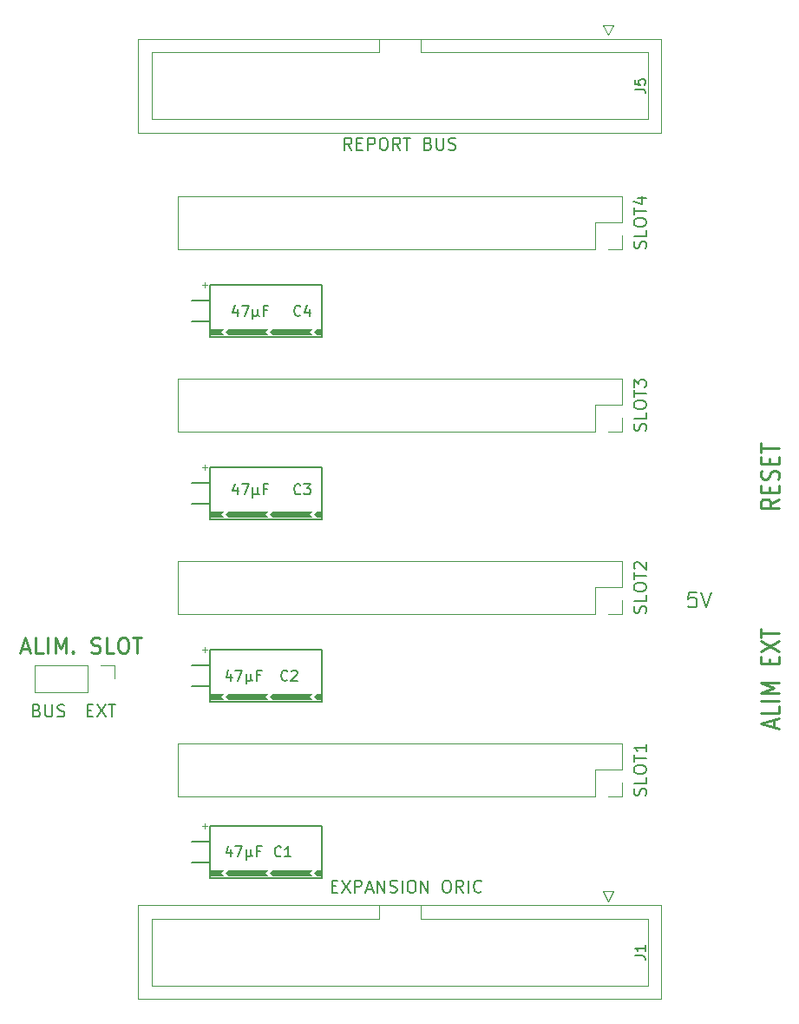
<source format=gto>
%TF.GenerationSoftware,KiCad,Pcbnew,(5.1.10)-1*%
%TF.CreationDate,2022-01-30T10:28:43+01:00*%
%TF.ProjectId,Oric_BUS,4f726963-5f42-4555-932e-6b696361645f,1.0*%
%TF.SameCoordinates,PX6049a88PY791ddc0*%
%TF.FileFunction,Legend,Top*%
%TF.FilePolarity,Positive*%
%FSLAX46Y46*%
G04 Gerber Fmt 4.6, Leading zero omitted, Abs format (unit mm)*
G04 Created by KiCad (PCBNEW (5.1.10)-1) date 2022-01-30 10:28:43*
%MOMM*%
%LPD*%
G01*
G04 APERTURE LIST*
%ADD10C,0.250000*%
%ADD11C,0.200000*%
%ADD12C,0.100000*%
%ADD13C,0.120000*%
%ADD14C,0.150000*%
G04 APERTURE END LIST*
D10*
X74578333Y27035715D02*
X74578333Y27750000D01*
X75064047Y26892858D02*
X73364047Y27392858D01*
X75064047Y27892858D01*
X75064047Y29107143D02*
X75064047Y28392858D01*
X73364047Y28392858D01*
X75064047Y29607143D02*
X73364047Y29607143D01*
X75064047Y30321429D02*
X73364047Y30321429D01*
X74578333Y30821429D01*
X73364047Y31321429D01*
X75064047Y31321429D01*
X74173571Y33178572D02*
X74173571Y33678572D01*
X75064047Y33892858D02*
X75064047Y33178572D01*
X73364047Y33178572D01*
X73364047Y33892858D01*
X73364047Y34392858D02*
X75064047Y35392858D01*
X73364047Y35392858D02*
X75064047Y34392858D01*
X73364047Y35750000D02*
X73364047Y36607143D01*
X75064047Y36178572D02*
X73364047Y36178572D01*
X75064047Y49256429D02*
X74254523Y48756429D01*
X75064047Y48399286D02*
X73364047Y48399286D01*
X73364047Y48970715D01*
X73445000Y49113572D01*
X73525952Y49185000D01*
X73687857Y49256429D01*
X73930714Y49256429D01*
X74092619Y49185000D01*
X74173571Y49113572D01*
X74254523Y48970715D01*
X74254523Y48399286D01*
X74173571Y49899286D02*
X74173571Y50399286D01*
X75064047Y50613572D02*
X75064047Y49899286D01*
X73364047Y49899286D01*
X73364047Y50613572D01*
X74983095Y51185000D02*
X75064047Y51399286D01*
X75064047Y51756429D01*
X74983095Y51899286D01*
X74902142Y51970715D01*
X74740238Y52042143D01*
X74578333Y52042143D01*
X74416428Y51970715D01*
X74335476Y51899286D01*
X74254523Y51756429D01*
X74173571Y51470715D01*
X74092619Y51327858D01*
X74011666Y51256429D01*
X73849761Y51185000D01*
X73687857Y51185000D01*
X73525952Y51256429D01*
X73445000Y51327858D01*
X73364047Y51470715D01*
X73364047Y51827858D01*
X73445000Y52042143D01*
X74173571Y52685000D02*
X74173571Y53185000D01*
X75064047Y53399286D02*
X75064047Y52685000D01*
X73364047Y52685000D01*
X73364047Y53399286D01*
X73364047Y53827858D02*
X73364047Y54685000D01*
X75064047Y54256429D02*
X73364047Y54256429D01*
D11*
X67024285Y40191429D02*
X66310000Y40191429D01*
X66238571Y39477143D01*
X66310000Y39548572D01*
X66452857Y39620000D01*
X66810000Y39620000D01*
X66952857Y39548572D01*
X67024285Y39477143D01*
X67095714Y39334286D01*
X67095714Y38977143D01*
X67024285Y38834286D01*
X66952857Y38762858D01*
X66810000Y38691429D01*
X66452857Y38691429D01*
X66310000Y38762858D01*
X66238571Y38834286D01*
X67524285Y40191429D02*
X68024285Y38691429D01*
X68524285Y40191429D01*
X2695714Y28660715D02*
X2867142Y28603572D01*
X2924285Y28546429D01*
X2981428Y28432143D01*
X2981428Y28260715D01*
X2924285Y28146429D01*
X2867142Y28089286D01*
X2752857Y28032143D01*
X2295714Y28032143D01*
X2295714Y29232143D01*
X2695714Y29232143D01*
X2810000Y29175000D01*
X2867142Y29117858D01*
X2924285Y29003572D01*
X2924285Y28889286D01*
X2867142Y28775000D01*
X2810000Y28717858D01*
X2695714Y28660715D01*
X2295714Y28660715D01*
X3495714Y29232143D02*
X3495714Y28260715D01*
X3552857Y28146429D01*
X3610000Y28089286D01*
X3724285Y28032143D01*
X3952857Y28032143D01*
X4067142Y28089286D01*
X4124285Y28146429D01*
X4181428Y28260715D01*
X4181428Y29232143D01*
X4695714Y28089286D02*
X4867142Y28032143D01*
X5152857Y28032143D01*
X5267142Y28089286D01*
X5324285Y28146429D01*
X5381428Y28260715D01*
X5381428Y28375000D01*
X5324285Y28489286D01*
X5267142Y28546429D01*
X5152857Y28603572D01*
X4924285Y28660715D01*
X4810000Y28717858D01*
X4752857Y28775000D01*
X4695714Y28889286D01*
X4695714Y29003572D01*
X4752857Y29117858D01*
X4810000Y29175000D01*
X4924285Y29232143D01*
X5210000Y29232143D01*
X5381428Y29175000D01*
X7604285Y28660715D02*
X8004285Y28660715D01*
X8175714Y28032143D02*
X7604285Y28032143D01*
X7604285Y29232143D01*
X8175714Y29232143D01*
X8575714Y29232143D02*
X9375714Y28032143D01*
X9375714Y29232143D02*
X8575714Y28032143D01*
X9661428Y29232143D02*
X10347142Y29232143D01*
X10004285Y28032143D02*
X10004285Y29232143D01*
D10*
X1199285Y34675000D02*
X1913571Y34675000D01*
X1056428Y34246429D02*
X1556428Y35746429D01*
X2056428Y34246429D01*
X3270714Y34246429D02*
X2556428Y34246429D01*
X2556428Y35746429D01*
X3770714Y34246429D02*
X3770714Y35746429D01*
X4485000Y34246429D02*
X4485000Y35746429D01*
X4985000Y34675000D01*
X5485000Y35746429D01*
X5485000Y34246429D01*
X6199285Y34389286D02*
X6270714Y34317858D01*
X6199285Y34246429D01*
X6127857Y34317858D01*
X6199285Y34389286D01*
X6199285Y34246429D01*
X7985000Y34317858D02*
X8199285Y34246429D01*
X8556428Y34246429D01*
X8699285Y34317858D01*
X8770714Y34389286D01*
X8842142Y34532143D01*
X8842142Y34675000D01*
X8770714Y34817858D01*
X8699285Y34889286D01*
X8556428Y34960715D01*
X8270714Y35032143D01*
X8127857Y35103572D01*
X8056428Y35175000D01*
X7985000Y35317858D01*
X7985000Y35460715D01*
X8056428Y35603572D01*
X8127857Y35675000D01*
X8270714Y35746429D01*
X8627857Y35746429D01*
X8842142Y35675000D01*
X10199285Y34246429D02*
X9485000Y34246429D01*
X9485000Y35746429D01*
X10985000Y35746429D02*
X11270714Y35746429D01*
X11413571Y35675000D01*
X11556428Y35532143D01*
X11627857Y35246429D01*
X11627857Y34746429D01*
X11556428Y34460715D01*
X11413571Y34317858D01*
X11270714Y34246429D01*
X10985000Y34246429D01*
X10842142Y34317858D01*
X10699285Y34460715D01*
X10627857Y34746429D01*
X10627857Y35246429D01*
X10699285Y35532143D01*
X10842142Y35675000D01*
X10985000Y35746429D01*
X12056428Y35746429D02*
X12913571Y35746429D01*
X12485000Y34246429D02*
X12485000Y35746429D01*
D12*
%TO.C,C4*%
G36*
X29972000Y65278000D02*
G01*
X29718000Y65532000D01*
X29972000Y65786000D01*
X30480000Y65786000D01*
X30480000Y65278000D01*
X29972000Y65278000D01*
G37*
X29972000Y65278000D02*
X29718000Y65532000D01*
X29972000Y65786000D01*
X30480000Y65786000D01*
X30480000Y65278000D01*
X29972000Y65278000D01*
G36*
X25654000Y65278000D02*
G01*
X25400000Y65532000D01*
X25654000Y65786000D01*
X29464000Y65786000D01*
X29210000Y65532000D01*
X29464000Y65278000D01*
X25654000Y65278000D01*
G37*
X25654000Y65278000D02*
X25400000Y65532000D01*
X25654000Y65786000D01*
X29464000Y65786000D01*
X29210000Y65532000D01*
X29464000Y65278000D01*
X25654000Y65278000D01*
G36*
X19558000Y65278000D02*
G01*
X19558000Y65786000D01*
X20828000Y65786000D01*
X20574000Y65532000D01*
X20828000Y65278000D01*
X19558000Y65278000D01*
G37*
X19558000Y65278000D02*
X19558000Y65786000D01*
X20828000Y65786000D01*
X20574000Y65532000D01*
X20828000Y65278000D01*
X19558000Y65278000D01*
G36*
X21336000Y65278000D02*
G01*
X21082000Y65532000D01*
X21336000Y65786000D01*
X25146000Y65786000D01*
X24892000Y65532000D01*
X25146000Y65278000D01*
X21336000Y65278000D01*
G37*
X21336000Y65278000D02*
X21082000Y65532000D01*
X21336000Y65786000D01*
X25146000Y65786000D01*
X24892000Y65532000D01*
X25146000Y65278000D01*
X21336000Y65278000D01*
D11*
X19558000Y68580000D02*
X17780000Y68580000D01*
X17780000Y66548000D02*
X19558000Y66548000D01*
X30480000Y70104000D02*
X19558000Y70104000D01*
X30480000Y65024000D02*
X30480000Y70104000D01*
X19558000Y65024000D02*
X30480000Y65024000D01*
X19558000Y70104000D02*
X19558000Y65024000D01*
D13*
X19050000Y70358000D02*
X19050000Y69858000D01*
X19296000Y70104000D02*
X18796000Y70104000D01*
D12*
%TO.C,C3*%
G36*
X29972000Y47498000D02*
G01*
X29718000Y47752000D01*
X29972000Y48006000D01*
X30480000Y48006000D01*
X30480000Y47498000D01*
X29972000Y47498000D01*
G37*
X29972000Y47498000D02*
X29718000Y47752000D01*
X29972000Y48006000D01*
X30480000Y48006000D01*
X30480000Y47498000D01*
X29972000Y47498000D01*
G36*
X25654000Y47498000D02*
G01*
X25400000Y47752000D01*
X25654000Y48006000D01*
X29464000Y48006000D01*
X29210000Y47752000D01*
X29464000Y47498000D01*
X25654000Y47498000D01*
G37*
X25654000Y47498000D02*
X25400000Y47752000D01*
X25654000Y48006000D01*
X29464000Y48006000D01*
X29210000Y47752000D01*
X29464000Y47498000D01*
X25654000Y47498000D01*
G36*
X19558000Y47498000D02*
G01*
X19558000Y48006000D01*
X20828000Y48006000D01*
X20574000Y47752000D01*
X20828000Y47498000D01*
X19558000Y47498000D01*
G37*
X19558000Y47498000D02*
X19558000Y48006000D01*
X20828000Y48006000D01*
X20574000Y47752000D01*
X20828000Y47498000D01*
X19558000Y47498000D01*
G36*
X21336000Y47498000D02*
G01*
X21082000Y47752000D01*
X21336000Y48006000D01*
X25146000Y48006000D01*
X24892000Y47752000D01*
X25146000Y47498000D01*
X21336000Y47498000D01*
G37*
X21336000Y47498000D02*
X21082000Y47752000D01*
X21336000Y48006000D01*
X25146000Y48006000D01*
X24892000Y47752000D01*
X25146000Y47498000D01*
X21336000Y47498000D01*
D11*
X19558000Y50800000D02*
X17780000Y50800000D01*
X17780000Y48768000D02*
X19558000Y48768000D01*
X30480000Y52324000D02*
X19558000Y52324000D01*
X30480000Y47244000D02*
X30480000Y52324000D01*
X19558000Y47244000D02*
X30480000Y47244000D01*
X19558000Y52324000D02*
X19558000Y47244000D01*
D13*
X19050000Y52578000D02*
X19050000Y52078000D01*
X19296000Y52324000D02*
X18796000Y52324000D01*
%TO.C,J5*%
X57920000Y95485000D02*
X58420000Y94485000D01*
X58920000Y95485000D02*
X57920000Y95485000D01*
X58420000Y94485000D02*
X58920000Y95485000D01*
X36050000Y92785000D02*
X36050000Y94095000D01*
X36050000Y92785000D02*
X36050000Y92785000D01*
X13870000Y92785000D02*
X36050000Y92785000D01*
X13870000Y86285000D02*
X13870000Y92785000D01*
X62330000Y86285000D02*
X13870000Y86285000D01*
X62330000Y92785000D02*
X62330000Y86285000D01*
X40150000Y92785000D02*
X62330000Y92785000D01*
X40150000Y94095000D02*
X40150000Y92785000D01*
X12570000Y94095000D02*
X63630000Y94095000D01*
X12570000Y84975000D02*
X12570000Y94095000D01*
X63630000Y84975000D02*
X12570000Y84975000D01*
X63630000Y94095000D02*
X63630000Y84975000D01*
%TO.C,J7*%
X59750000Y78800000D02*
X59750000Y76200000D01*
X59750000Y78800000D02*
X16450000Y78800000D01*
X16450000Y78800000D02*
X16450000Y73600000D01*
X57150000Y73600000D02*
X16450000Y73600000D01*
X57150000Y76200000D02*
X57150000Y73600000D01*
X59750000Y76200000D02*
X57150000Y76200000D01*
X59750000Y73600000D02*
X58420000Y73600000D01*
X59750000Y74930000D02*
X59750000Y73600000D01*
D12*
%TO.C,C1*%
G36*
X29972000Y12573000D02*
G01*
X29718000Y12827000D01*
X29972000Y13081000D01*
X30480000Y13081000D01*
X30480000Y12573000D01*
X29972000Y12573000D01*
G37*
X29972000Y12573000D02*
X29718000Y12827000D01*
X29972000Y13081000D01*
X30480000Y13081000D01*
X30480000Y12573000D01*
X29972000Y12573000D01*
G36*
X25654000Y12573000D02*
G01*
X25400000Y12827000D01*
X25654000Y13081000D01*
X29464000Y13081000D01*
X29210000Y12827000D01*
X29464000Y12573000D01*
X25654000Y12573000D01*
G37*
X25654000Y12573000D02*
X25400000Y12827000D01*
X25654000Y13081000D01*
X29464000Y13081000D01*
X29210000Y12827000D01*
X29464000Y12573000D01*
X25654000Y12573000D01*
G36*
X19558000Y12573000D02*
G01*
X19558000Y13081000D01*
X20828000Y13081000D01*
X20574000Y12827000D01*
X20828000Y12573000D01*
X19558000Y12573000D01*
G37*
X19558000Y12573000D02*
X19558000Y13081000D01*
X20828000Y13081000D01*
X20574000Y12827000D01*
X20828000Y12573000D01*
X19558000Y12573000D01*
G36*
X21336000Y12573000D02*
G01*
X21082000Y12827000D01*
X21336000Y13081000D01*
X25146000Y13081000D01*
X24892000Y12827000D01*
X25146000Y12573000D01*
X21336000Y12573000D01*
G37*
X21336000Y12573000D02*
X21082000Y12827000D01*
X21336000Y13081000D01*
X25146000Y13081000D01*
X24892000Y12827000D01*
X25146000Y12573000D01*
X21336000Y12573000D01*
D11*
X19558000Y15875000D02*
X17780000Y15875000D01*
X17780000Y13843000D02*
X19558000Y13843000D01*
X30480000Y17399000D02*
X19558000Y17399000D01*
X30480000Y12319000D02*
X30480000Y17399000D01*
X19558000Y12319000D02*
X30480000Y12319000D01*
X19558000Y17399000D02*
X19558000Y12319000D01*
D13*
X19050000Y17653000D02*
X19050000Y17153000D01*
X19296000Y17399000D02*
X18796000Y17399000D01*
D12*
%TO.C,C2*%
G36*
X29972000Y29718000D02*
G01*
X29718000Y29972000D01*
X29972000Y30226000D01*
X30480000Y30226000D01*
X30480000Y29718000D01*
X29972000Y29718000D01*
G37*
X29972000Y29718000D02*
X29718000Y29972000D01*
X29972000Y30226000D01*
X30480000Y30226000D01*
X30480000Y29718000D01*
X29972000Y29718000D01*
G36*
X25654000Y29718000D02*
G01*
X25400000Y29972000D01*
X25654000Y30226000D01*
X29464000Y30226000D01*
X29210000Y29972000D01*
X29464000Y29718000D01*
X25654000Y29718000D01*
G37*
X25654000Y29718000D02*
X25400000Y29972000D01*
X25654000Y30226000D01*
X29464000Y30226000D01*
X29210000Y29972000D01*
X29464000Y29718000D01*
X25654000Y29718000D01*
G36*
X19558000Y29718000D02*
G01*
X19558000Y30226000D01*
X20828000Y30226000D01*
X20574000Y29972000D01*
X20828000Y29718000D01*
X19558000Y29718000D01*
G37*
X19558000Y29718000D02*
X19558000Y30226000D01*
X20828000Y30226000D01*
X20574000Y29972000D01*
X20828000Y29718000D01*
X19558000Y29718000D01*
G36*
X21336000Y29718000D02*
G01*
X21082000Y29972000D01*
X21336000Y30226000D01*
X25146000Y30226000D01*
X24892000Y29972000D01*
X25146000Y29718000D01*
X21336000Y29718000D01*
G37*
X21336000Y29718000D02*
X21082000Y29972000D01*
X21336000Y30226000D01*
X25146000Y30226000D01*
X24892000Y29972000D01*
X25146000Y29718000D01*
X21336000Y29718000D01*
D11*
X19558000Y33020000D02*
X17780000Y33020000D01*
X17780000Y30988000D02*
X19558000Y30988000D01*
X30480000Y34544000D02*
X19558000Y34544000D01*
X30480000Y29464000D02*
X30480000Y34544000D01*
X19558000Y29464000D02*
X30480000Y29464000D01*
X19558000Y34544000D02*
X19558000Y29464000D01*
D13*
X19050000Y34798000D02*
X19050000Y34298000D01*
X19296000Y34544000D02*
X18796000Y34544000D01*
%TO.C,J4*%
X59750000Y57150000D02*
X59750000Y55820000D01*
X59750000Y55820000D02*
X58420000Y55820000D01*
X59750000Y58420000D02*
X57150000Y58420000D01*
X57150000Y58420000D02*
X57150000Y55820000D01*
X57150000Y55820000D02*
X16450000Y55820000D01*
X16450000Y61020000D02*
X16450000Y55820000D01*
X59750000Y61020000D02*
X16450000Y61020000D01*
X59750000Y61020000D02*
X59750000Y58420000D01*
%TO.C,J3*%
X59750000Y39370000D02*
X59750000Y38040000D01*
X59750000Y38040000D02*
X58420000Y38040000D01*
X59750000Y40640000D02*
X57150000Y40640000D01*
X57150000Y40640000D02*
X57150000Y38040000D01*
X57150000Y38040000D02*
X16450000Y38040000D01*
X16450000Y43240000D02*
X16450000Y38040000D01*
X59750000Y43240000D02*
X16450000Y43240000D01*
X59750000Y43240000D02*
X59750000Y40640000D01*
%TO.C,J2*%
X59750000Y25460000D02*
X59750000Y22860000D01*
X59750000Y25460000D02*
X16450000Y25460000D01*
X16450000Y25460000D02*
X16450000Y20260000D01*
X57150000Y20260000D02*
X16450000Y20260000D01*
X57150000Y22860000D02*
X57150000Y20260000D01*
X59750000Y22860000D02*
X57150000Y22860000D01*
X59750000Y20260000D02*
X58420000Y20260000D01*
X59750000Y21590000D02*
X59750000Y20260000D01*
%TO.C,JP1*%
X10220000Y33080000D02*
X10220000Y31750000D01*
X8890000Y33080000D02*
X10220000Y33080000D01*
X7620000Y33080000D02*
X7620000Y30420000D01*
X7620000Y30420000D02*
X2480000Y30420000D01*
X7620000Y33080000D02*
X2480000Y33080000D01*
X2480000Y33080000D02*
X2480000Y30420000D01*
%TO.C,J1*%
X57920000Y11030000D02*
X58420000Y10030000D01*
X58920000Y11030000D02*
X57920000Y11030000D01*
X58420000Y10030000D02*
X58920000Y11030000D01*
X36050000Y8330000D02*
X36050000Y9640000D01*
X36050000Y8330000D02*
X36050000Y8330000D01*
X13870000Y8330000D02*
X36050000Y8330000D01*
X13870000Y1830000D02*
X13870000Y8330000D01*
X62330000Y1830000D02*
X13870000Y1830000D01*
X62330000Y8330000D02*
X62330000Y1830000D01*
X40150000Y8330000D02*
X62330000Y8330000D01*
X40150000Y9640000D02*
X40150000Y8330000D01*
X12570000Y9640000D02*
X63630000Y9640000D01*
X12570000Y520000D02*
X12570000Y9640000D01*
X63630000Y520000D02*
X12570000Y520000D01*
X63630000Y9640000D02*
X63630000Y520000D01*
%TO.C,C4*%
D14*
X28408333Y67206858D02*
X28360714Y67159239D01*
X28217857Y67111620D01*
X28122619Y67111620D01*
X27979761Y67159239D01*
X27884523Y67254477D01*
X27836904Y67349715D01*
X27789285Y67540191D01*
X27789285Y67683048D01*
X27836904Y67873524D01*
X27884523Y67968762D01*
X27979761Y68064000D01*
X28122619Y68111620D01*
X28217857Y68111620D01*
X28360714Y68064000D01*
X28408333Y68016381D01*
X29265476Y67778286D02*
X29265476Y67111620D01*
X29027380Y68159239D02*
X28789285Y67444953D01*
X29408333Y67444953D01*
X22256904Y67794286D02*
X22256904Y67127620D01*
X22018809Y68175239D02*
X21780714Y67460953D01*
X22399761Y67460953D01*
X22685476Y68127620D02*
X23352142Y68127620D01*
X22923571Y67127620D01*
X23733095Y67794286D02*
X23733095Y66794286D01*
X24209285Y67270477D02*
X24256904Y67175239D01*
X24352142Y67127620D01*
X23733095Y67270477D02*
X23780714Y67175239D01*
X23875952Y67127620D01*
X24066428Y67127620D01*
X24161666Y67175239D01*
X24209285Y67270477D01*
X24209285Y67794286D01*
X25114047Y67651429D02*
X24780714Y67651429D01*
X24780714Y67127620D02*
X24780714Y68127620D01*
X25256904Y68127620D01*
%TO.C,C3*%
X28408333Y49807858D02*
X28360714Y49760239D01*
X28217857Y49712620D01*
X28122619Y49712620D01*
X27979761Y49760239D01*
X27884523Y49855477D01*
X27836904Y49950715D01*
X27789285Y50141191D01*
X27789285Y50284048D01*
X27836904Y50474524D01*
X27884523Y50569762D01*
X27979761Y50665000D01*
X28122619Y50712620D01*
X28217857Y50712620D01*
X28360714Y50665000D01*
X28408333Y50617381D01*
X28741666Y50712620D02*
X29360714Y50712620D01*
X29027380Y50331667D01*
X29170238Y50331667D01*
X29265476Y50284048D01*
X29313095Y50236429D01*
X29360714Y50141191D01*
X29360714Y49903096D01*
X29313095Y49807858D01*
X29265476Y49760239D01*
X29170238Y49712620D01*
X28884523Y49712620D01*
X28789285Y49760239D01*
X28741666Y49807858D01*
X22256904Y50379286D02*
X22256904Y49712620D01*
X22018809Y50760239D02*
X21780714Y50045953D01*
X22399761Y50045953D01*
X22685476Y50712620D02*
X23352142Y50712620D01*
X22923571Y49712620D01*
X23733095Y50379286D02*
X23733095Y49379286D01*
X24209285Y49855477D02*
X24256904Y49760239D01*
X24352142Y49712620D01*
X23733095Y49855477D02*
X23780714Y49760239D01*
X23875952Y49712620D01*
X24066428Y49712620D01*
X24161666Y49760239D01*
X24209285Y49855477D01*
X24209285Y50379286D01*
X25114047Y50236429D02*
X24780714Y50236429D01*
X24780714Y49712620D02*
X24780714Y50712620D01*
X25256904Y50712620D01*
%TO.C,J5*%
X61047380Y89201667D02*
X61761666Y89201667D01*
X61904523Y89154048D01*
X61999761Y89058810D01*
X62047380Y88915953D01*
X62047380Y88820715D01*
X61047380Y90154048D02*
X61047380Y89677858D01*
X61523571Y89630239D01*
X61475952Y89677858D01*
X61428333Y89773096D01*
X61428333Y90011191D01*
X61475952Y90106429D01*
X61523571Y90154048D01*
X61618809Y90201667D01*
X61856904Y90201667D01*
X61952142Y90154048D01*
X61999761Y90106429D01*
X62047380Y90011191D01*
X62047380Y89773096D01*
X61999761Y89677858D01*
X61952142Y89630239D01*
D11*
X33385714Y83277143D02*
X32985714Y83848572D01*
X32700000Y83277143D02*
X32700000Y84477143D01*
X33157142Y84477143D01*
X33271428Y84420000D01*
X33328571Y84362858D01*
X33385714Y84248572D01*
X33385714Y84077143D01*
X33328571Y83962858D01*
X33271428Y83905715D01*
X33157142Y83848572D01*
X32700000Y83848572D01*
X33900000Y83905715D02*
X34300000Y83905715D01*
X34471428Y83277143D02*
X33900000Y83277143D01*
X33900000Y84477143D01*
X34471428Y84477143D01*
X34985714Y83277143D02*
X34985714Y84477143D01*
X35442857Y84477143D01*
X35557142Y84420000D01*
X35614285Y84362858D01*
X35671428Y84248572D01*
X35671428Y84077143D01*
X35614285Y83962858D01*
X35557142Y83905715D01*
X35442857Y83848572D01*
X34985714Y83848572D01*
X36414285Y84477143D02*
X36642857Y84477143D01*
X36757142Y84420000D01*
X36871428Y84305715D01*
X36928571Y84077143D01*
X36928571Y83677143D01*
X36871428Y83448572D01*
X36757142Y83334286D01*
X36642857Y83277143D01*
X36414285Y83277143D01*
X36300000Y83334286D01*
X36185714Y83448572D01*
X36128571Y83677143D01*
X36128571Y84077143D01*
X36185714Y84305715D01*
X36300000Y84420000D01*
X36414285Y84477143D01*
X38128571Y83277143D02*
X37728571Y83848572D01*
X37442857Y83277143D02*
X37442857Y84477143D01*
X37900000Y84477143D01*
X38014285Y84420000D01*
X38071428Y84362858D01*
X38128571Y84248572D01*
X38128571Y84077143D01*
X38071428Y83962858D01*
X38014285Y83905715D01*
X37900000Y83848572D01*
X37442857Y83848572D01*
X38471428Y84477143D02*
X39157142Y84477143D01*
X38814285Y83277143D02*
X38814285Y84477143D01*
X40871428Y83905715D02*
X41042857Y83848572D01*
X41100000Y83791429D01*
X41157142Y83677143D01*
X41157142Y83505715D01*
X41100000Y83391429D01*
X41042857Y83334286D01*
X40928571Y83277143D01*
X40471428Y83277143D01*
X40471428Y84477143D01*
X40871428Y84477143D01*
X40985714Y84420000D01*
X41042857Y84362858D01*
X41100000Y84248572D01*
X41100000Y84134286D01*
X41042857Y84020000D01*
X40985714Y83962858D01*
X40871428Y83905715D01*
X40471428Y83905715D01*
X41671428Y84477143D02*
X41671428Y83505715D01*
X41728571Y83391429D01*
X41785714Y83334286D01*
X41900000Y83277143D01*
X42128571Y83277143D01*
X42242857Y83334286D01*
X42300000Y83391429D01*
X42357142Y83505715D01*
X42357142Y84477143D01*
X42871428Y83334286D02*
X43042857Y83277143D01*
X43328571Y83277143D01*
X43442857Y83334286D01*
X43500000Y83391429D01*
X43557142Y83505715D01*
X43557142Y83620000D01*
X43500000Y83734286D01*
X43442857Y83791429D01*
X43328571Y83848572D01*
X43100000Y83905715D01*
X42985714Y83962858D01*
X42928571Y84020000D01*
X42871428Y84134286D01*
X42871428Y84248572D01*
X42928571Y84362858D01*
X42985714Y84420000D01*
X43100000Y84477143D01*
X43385714Y84477143D01*
X43557142Y84420000D01*
%TO.C,J7*%
X62080714Y73714286D02*
X62137857Y73885715D01*
X62137857Y74171429D01*
X62080714Y74285715D01*
X62023571Y74342858D01*
X61909285Y74400000D01*
X61795000Y74400000D01*
X61680714Y74342858D01*
X61623571Y74285715D01*
X61566428Y74171429D01*
X61509285Y73942858D01*
X61452142Y73828572D01*
X61395000Y73771429D01*
X61280714Y73714286D01*
X61166428Y73714286D01*
X61052142Y73771429D01*
X60995000Y73828572D01*
X60937857Y73942858D01*
X60937857Y74228572D01*
X60995000Y74400000D01*
X62137857Y75485715D02*
X62137857Y74914286D01*
X60937857Y74914286D01*
X60937857Y76114286D02*
X60937857Y76342858D01*
X60995000Y76457143D01*
X61109285Y76571429D01*
X61337857Y76628572D01*
X61737857Y76628572D01*
X61966428Y76571429D01*
X62080714Y76457143D01*
X62137857Y76342858D01*
X62137857Y76114286D01*
X62080714Y76000000D01*
X61966428Y75885715D01*
X61737857Y75828572D01*
X61337857Y75828572D01*
X61109285Y75885715D01*
X60995000Y76000000D01*
X60937857Y76114286D01*
X60937857Y76971429D02*
X60937857Y77657143D01*
X62137857Y77314286D02*
X60937857Y77314286D01*
X61337857Y78571429D02*
X62137857Y78571429D01*
X60880714Y78285715D02*
X61737857Y78000000D01*
X61737857Y78742858D01*
%TO.C,C1*%
D14*
X26503333Y14501858D02*
X26455714Y14454239D01*
X26312857Y14406620D01*
X26217619Y14406620D01*
X26074761Y14454239D01*
X25979523Y14549477D01*
X25931904Y14644715D01*
X25884285Y14835191D01*
X25884285Y14978048D01*
X25931904Y15168524D01*
X25979523Y15263762D01*
X26074761Y15359000D01*
X26217619Y15406620D01*
X26312857Y15406620D01*
X26455714Y15359000D01*
X26503333Y15311381D01*
X27455714Y14406620D02*
X26884285Y14406620D01*
X27170000Y14406620D02*
X27170000Y15406620D01*
X27074761Y15263762D01*
X26979523Y15168524D01*
X26884285Y15120905D01*
X21621904Y15089286D02*
X21621904Y14422620D01*
X21383809Y15470239D02*
X21145714Y14755953D01*
X21764761Y14755953D01*
X22050476Y15422620D02*
X22717142Y15422620D01*
X22288571Y14422620D01*
X23098095Y15089286D02*
X23098095Y14089286D01*
X23574285Y14565477D02*
X23621904Y14470239D01*
X23717142Y14422620D01*
X23098095Y14565477D02*
X23145714Y14470239D01*
X23240952Y14422620D01*
X23431428Y14422620D01*
X23526666Y14470239D01*
X23574285Y14565477D01*
X23574285Y15089286D01*
X24479047Y14946429D02*
X24145714Y14946429D01*
X24145714Y14422620D02*
X24145714Y15422620D01*
X24621904Y15422620D01*
%TO.C,C2*%
X27138333Y31646858D02*
X27090714Y31599239D01*
X26947857Y31551620D01*
X26852619Y31551620D01*
X26709761Y31599239D01*
X26614523Y31694477D01*
X26566904Y31789715D01*
X26519285Y31980191D01*
X26519285Y32123048D01*
X26566904Y32313524D01*
X26614523Y32408762D01*
X26709761Y32504000D01*
X26852619Y32551620D01*
X26947857Y32551620D01*
X27090714Y32504000D01*
X27138333Y32456381D01*
X27519285Y32456381D02*
X27566904Y32504000D01*
X27662142Y32551620D01*
X27900238Y32551620D01*
X27995476Y32504000D01*
X28043095Y32456381D01*
X28090714Y32361143D01*
X28090714Y32265905D01*
X28043095Y32123048D01*
X27471666Y31551620D01*
X28090714Y31551620D01*
X21621904Y32234286D02*
X21621904Y31567620D01*
X21383809Y32615239D02*
X21145714Y31900953D01*
X21764761Y31900953D01*
X22050476Y32567620D02*
X22717142Y32567620D01*
X22288571Y31567620D01*
X23098095Y32234286D02*
X23098095Y31234286D01*
X23574285Y31710477D02*
X23621904Y31615239D01*
X23717142Y31567620D01*
X23098095Y31710477D02*
X23145714Y31615239D01*
X23240952Y31567620D01*
X23431428Y31567620D01*
X23526666Y31615239D01*
X23574285Y31710477D01*
X23574285Y32234286D01*
X24479047Y32091429D02*
X24145714Y32091429D01*
X24145714Y31567620D02*
X24145714Y32567620D01*
X24621904Y32567620D01*
%TO.C,J4*%
D11*
X62080714Y55934286D02*
X62137857Y56105715D01*
X62137857Y56391429D01*
X62080714Y56505715D01*
X62023571Y56562858D01*
X61909285Y56620000D01*
X61795000Y56620000D01*
X61680714Y56562858D01*
X61623571Y56505715D01*
X61566428Y56391429D01*
X61509285Y56162858D01*
X61452142Y56048572D01*
X61395000Y55991429D01*
X61280714Y55934286D01*
X61166428Y55934286D01*
X61052142Y55991429D01*
X60995000Y56048572D01*
X60937857Y56162858D01*
X60937857Y56448572D01*
X60995000Y56620000D01*
X62137857Y57705715D02*
X62137857Y57134286D01*
X60937857Y57134286D01*
X60937857Y58334286D02*
X60937857Y58562858D01*
X60995000Y58677143D01*
X61109285Y58791429D01*
X61337857Y58848572D01*
X61737857Y58848572D01*
X61966428Y58791429D01*
X62080714Y58677143D01*
X62137857Y58562858D01*
X62137857Y58334286D01*
X62080714Y58220000D01*
X61966428Y58105715D01*
X61737857Y58048572D01*
X61337857Y58048572D01*
X61109285Y58105715D01*
X60995000Y58220000D01*
X60937857Y58334286D01*
X60937857Y59191429D02*
X60937857Y59877143D01*
X62137857Y59534286D02*
X60937857Y59534286D01*
X60937857Y60162858D02*
X60937857Y60905715D01*
X61395000Y60505715D01*
X61395000Y60677143D01*
X61452142Y60791429D01*
X61509285Y60848572D01*
X61623571Y60905715D01*
X61909285Y60905715D01*
X62023571Y60848572D01*
X62080714Y60791429D01*
X62137857Y60677143D01*
X62137857Y60334286D01*
X62080714Y60220000D01*
X62023571Y60162858D01*
%TO.C,J3*%
X62080714Y38154286D02*
X62137857Y38325715D01*
X62137857Y38611429D01*
X62080714Y38725715D01*
X62023571Y38782858D01*
X61909285Y38840000D01*
X61795000Y38840000D01*
X61680714Y38782858D01*
X61623571Y38725715D01*
X61566428Y38611429D01*
X61509285Y38382858D01*
X61452142Y38268572D01*
X61395000Y38211429D01*
X61280714Y38154286D01*
X61166428Y38154286D01*
X61052142Y38211429D01*
X60995000Y38268572D01*
X60937857Y38382858D01*
X60937857Y38668572D01*
X60995000Y38840000D01*
X62137857Y39925715D02*
X62137857Y39354286D01*
X60937857Y39354286D01*
X60937857Y40554286D02*
X60937857Y40782858D01*
X60995000Y40897143D01*
X61109285Y41011429D01*
X61337857Y41068572D01*
X61737857Y41068572D01*
X61966428Y41011429D01*
X62080714Y40897143D01*
X62137857Y40782858D01*
X62137857Y40554286D01*
X62080714Y40440000D01*
X61966428Y40325715D01*
X61737857Y40268572D01*
X61337857Y40268572D01*
X61109285Y40325715D01*
X60995000Y40440000D01*
X60937857Y40554286D01*
X60937857Y41411429D02*
X60937857Y42097143D01*
X62137857Y41754286D02*
X60937857Y41754286D01*
X61052142Y42440000D02*
X60995000Y42497143D01*
X60937857Y42611429D01*
X60937857Y42897143D01*
X60995000Y43011429D01*
X61052142Y43068572D01*
X61166428Y43125715D01*
X61280714Y43125715D01*
X61452142Y43068572D01*
X62137857Y42382858D01*
X62137857Y43125715D01*
%TO.C,J2*%
X62080714Y20374286D02*
X62137857Y20545715D01*
X62137857Y20831429D01*
X62080714Y20945715D01*
X62023571Y21002858D01*
X61909285Y21060000D01*
X61795000Y21060000D01*
X61680714Y21002858D01*
X61623571Y20945715D01*
X61566428Y20831429D01*
X61509285Y20602858D01*
X61452142Y20488572D01*
X61395000Y20431429D01*
X61280714Y20374286D01*
X61166428Y20374286D01*
X61052142Y20431429D01*
X60995000Y20488572D01*
X60937857Y20602858D01*
X60937857Y20888572D01*
X60995000Y21060000D01*
X62137857Y22145715D02*
X62137857Y21574286D01*
X60937857Y21574286D01*
X60937857Y22774286D02*
X60937857Y23002858D01*
X60995000Y23117143D01*
X61109285Y23231429D01*
X61337857Y23288572D01*
X61737857Y23288572D01*
X61966428Y23231429D01*
X62080714Y23117143D01*
X62137857Y23002858D01*
X62137857Y22774286D01*
X62080714Y22660000D01*
X61966428Y22545715D01*
X61737857Y22488572D01*
X61337857Y22488572D01*
X61109285Y22545715D01*
X60995000Y22660000D01*
X60937857Y22774286D01*
X60937857Y23631429D02*
X60937857Y24317143D01*
X62137857Y23974286D02*
X60937857Y23974286D01*
X62137857Y25345715D02*
X62137857Y24660000D01*
X62137857Y25002858D02*
X60937857Y25002858D01*
X61109285Y24888572D01*
X61223571Y24774286D01*
X61280714Y24660000D01*
%TO.C,J1*%
D14*
X61047380Y4746667D02*
X61761666Y4746667D01*
X61904523Y4699048D01*
X61999761Y4603810D01*
X62047380Y4460953D01*
X62047380Y4365715D01*
X62047380Y5746667D02*
X62047380Y5175239D01*
X62047380Y5460953D02*
X61047380Y5460953D01*
X61190238Y5365715D01*
X61285476Y5270477D01*
X61333095Y5175239D01*
D11*
X31477857Y11515715D02*
X31877857Y11515715D01*
X32049285Y10887143D02*
X31477857Y10887143D01*
X31477857Y12087143D01*
X32049285Y12087143D01*
X32449285Y12087143D02*
X33249285Y10887143D01*
X33249285Y12087143D02*
X32449285Y10887143D01*
X33706428Y10887143D02*
X33706428Y12087143D01*
X34163571Y12087143D01*
X34277857Y12030000D01*
X34335000Y11972858D01*
X34392142Y11858572D01*
X34392142Y11687143D01*
X34335000Y11572858D01*
X34277857Y11515715D01*
X34163571Y11458572D01*
X33706428Y11458572D01*
X34849285Y11230000D02*
X35420714Y11230000D01*
X34735000Y10887143D02*
X35135000Y12087143D01*
X35535000Y10887143D01*
X35935000Y10887143D02*
X35935000Y12087143D01*
X36620714Y10887143D01*
X36620714Y12087143D01*
X37135000Y10944286D02*
X37306428Y10887143D01*
X37592142Y10887143D01*
X37706428Y10944286D01*
X37763571Y11001429D01*
X37820714Y11115715D01*
X37820714Y11230000D01*
X37763571Y11344286D01*
X37706428Y11401429D01*
X37592142Y11458572D01*
X37363571Y11515715D01*
X37249285Y11572858D01*
X37192142Y11630000D01*
X37135000Y11744286D01*
X37135000Y11858572D01*
X37192142Y11972858D01*
X37249285Y12030000D01*
X37363571Y12087143D01*
X37649285Y12087143D01*
X37820714Y12030000D01*
X38335000Y10887143D02*
X38335000Y12087143D01*
X39135000Y12087143D02*
X39363571Y12087143D01*
X39477857Y12030000D01*
X39592142Y11915715D01*
X39649285Y11687143D01*
X39649285Y11287143D01*
X39592142Y11058572D01*
X39477857Y10944286D01*
X39363571Y10887143D01*
X39135000Y10887143D01*
X39020714Y10944286D01*
X38906428Y11058572D01*
X38849285Y11287143D01*
X38849285Y11687143D01*
X38906428Y11915715D01*
X39020714Y12030000D01*
X39135000Y12087143D01*
X40163571Y10887143D02*
X40163571Y12087143D01*
X40849285Y10887143D01*
X40849285Y12087143D01*
X42563571Y12087143D02*
X42792142Y12087143D01*
X42906428Y12030000D01*
X43020714Y11915715D01*
X43077857Y11687143D01*
X43077857Y11287143D01*
X43020714Y11058572D01*
X42906428Y10944286D01*
X42792142Y10887143D01*
X42563571Y10887143D01*
X42449285Y10944286D01*
X42335000Y11058572D01*
X42277857Y11287143D01*
X42277857Y11687143D01*
X42335000Y11915715D01*
X42449285Y12030000D01*
X42563571Y12087143D01*
X44277857Y10887143D02*
X43877857Y11458572D01*
X43592142Y10887143D02*
X43592142Y12087143D01*
X44049285Y12087143D01*
X44163571Y12030000D01*
X44220714Y11972858D01*
X44277857Y11858572D01*
X44277857Y11687143D01*
X44220714Y11572858D01*
X44163571Y11515715D01*
X44049285Y11458572D01*
X43592142Y11458572D01*
X44792142Y10887143D02*
X44792142Y12087143D01*
X46049285Y11001429D02*
X45992142Y10944286D01*
X45820714Y10887143D01*
X45706428Y10887143D01*
X45535000Y10944286D01*
X45420714Y11058572D01*
X45363571Y11172858D01*
X45306428Y11401429D01*
X45306428Y11572858D01*
X45363571Y11801429D01*
X45420714Y11915715D01*
X45535000Y12030000D01*
X45706428Y12087143D01*
X45820714Y12087143D01*
X45992142Y12030000D01*
X46049285Y11972858D01*
%TD*%
M02*

</source>
